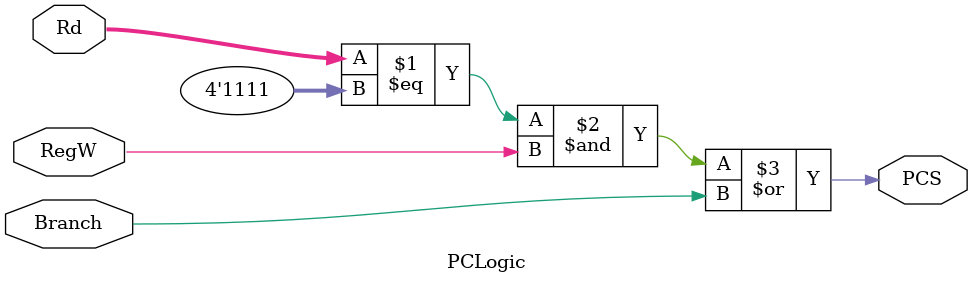
<source format=v>
`timescale 1ns / 1ps
module PCLogic(
    input [3:0] Rd,
    input RegW,
    input Branch,
    output wire PCS
    );
	 
	 assign PCS = ((Rd == 4'b1111) & RegW) | Branch;


endmodule

</source>
